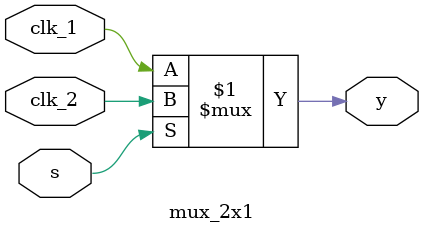
<source format=v>
module mux_2x1 (
    input wire clk_1,      
    input wire clk_2,      
    input wire s,    
    output wire y    
);
    assign y = (s) ? clk_2 : clk_1; 
endmodule
</source>
